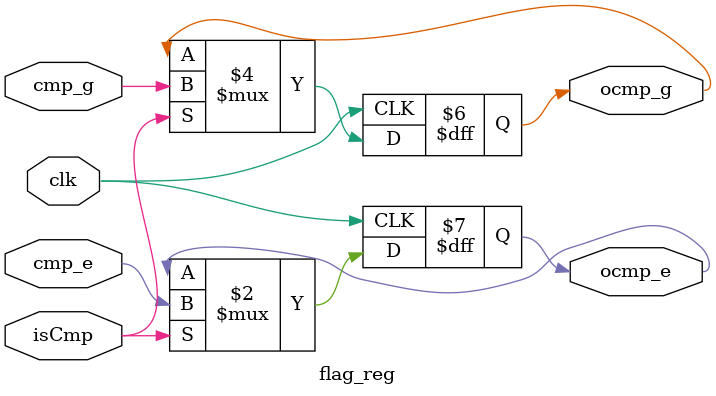
<source format=v>
module flag_reg (
input clk, 
  input isCmp,
  input cmp_g,
  input cmp_e,
  output reg ocmp_g,
  output reg ocmp_e 

);
always @(posedge clk)
begin
if(isCmp)
begin
  ocmp_g<=cmp_g;
  ocmp_e<=cmp_e;
end
end

endmodule

</source>
